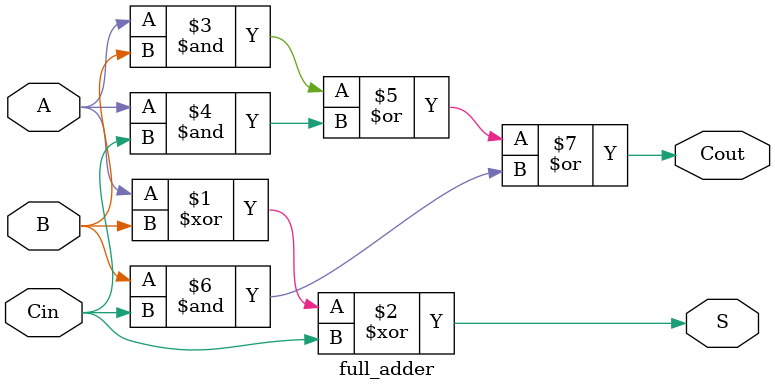
<source format=v>
module adder4(
  input [3:0] A,
  input [3:0] B,
  output [3:0] O,
  output C
);

  wire [3:0] sum;
  wire carry1, carry2, carry3;

  // First adder stage
  full_adder FA1(.A(A[0]), .B(B[0]), .Cin(1'b0), .S(sum[0]), .Cout(carry1));

  // Second adder stage
  full_adder FA2(.A(A[1]), .B(B[1]), .Cin(carry1), .S(sum[1]), .Cout(carry2));

  // Third adder stage
  full_adder FA3(.A(A[2]), .B(B[2]), .Cin(carry2), .S(sum[2]), .Cout(carry3));

  // Fourth adder stage
  full_adder FA4(.A(A[3]), .B(B[3]), .Cin(carry3), .S(sum[3]), .Cout(C));

  assign O = sum;

endmodule

module full_adder(
  input A,
  input B,
  input Cin,
  output S,
  output Cout
);

  assign S = A ^ B ^ Cin;
  assign Cout = (A & B) | (A & Cin) | (B & Cin);

endmodule
</source>
